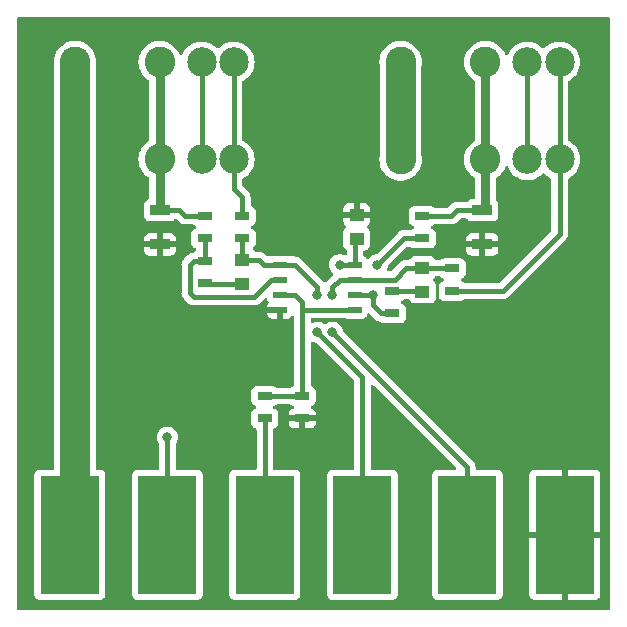
<source format=gbr>
%TF.GenerationSoftware,KiCad,Pcbnew,7.0.1*%
%TF.CreationDate,2024-03-13T10:09:07+01:00*%
%TF.ProjectId,bar_test_proto,6261725f-7465-4737-945f-70726f746f2e,rev?*%
%TF.SameCoordinates,Original*%
%TF.FileFunction,Copper,L1,Top*%
%TF.FilePolarity,Positive*%
%FSLAX46Y46*%
G04 Gerber Fmt 4.6, Leading zero omitted, Abs format (unit mm)*
G04 Created by KiCad (PCBNEW 7.0.1) date 2024-03-13 10:09:07*
%MOMM*%
%LPD*%
G01*
G04 APERTURE LIST*
%TA.AperFunction,SMDPad,CuDef*%
%ADD10R,5.000000X10.000000*%
%TD*%
%TA.AperFunction,SMDPad,CuDef*%
%ADD11R,1.300000X0.700000*%
%TD*%
%TA.AperFunction,ComponentPad*%
%ADD12C,2.600000*%
%TD*%
%TA.AperFunction,ComponentPad*%
%ADD13C,2.500000*%
%TD*%
%TA.AperFunction,SMDPad,CuDef*%
%ADD14R,1.250000X1.000000*%
%TD*%
%TA.AperFunction,SMDPad,CuDef*%
%ADD15R,1.700000X0.900000*%
%TD*%
%TA.AperFunction,SMDPad,CuDef*%
%ADD16R,1.143000X0.508000*%
%TD*%
%TA.AperFunction,ViaPad*%
%ADD17C,0.800000*%
%TD*%
%TA.AperFunction,Conductor*%
%ADD18C,0.400000*%
%TD*%
%TA.AperFunction,Conductor*%
%ADD19C,2.500000*%
%TD*%
%TA.AperFunction,Conductor*%
%ADD20C,1.500000*%
%TD*%
%TA.AperFunction,Conductor*%
%ADD21C,0.800000*%
%TD*%
G04 APERTURE END LIST*
D10*
%TO.P,ADC1,1*%
%TO.N,ADC1*%
X149225000Y-94615000D03*
%TD*%
D11*
%TO.P,R7,1,1*%
%TO.N,Net-(U1B--)*%
X154305000Y-69530000D03*
%TO.P,R7,2,2*%
%TO.N,Net-(CON2-S)*%
X154305000Y-67630000D03*
%TD*%
%TO.P,R9,1,1*%
%TO.N,GND*%
X144145000Y-84770000D03*
%TO.P,R9,2,2*%
%TO.N,Net-(U1A-+)*%
X144145000Y-82870000D03*
%TD*%
%TO.P,R10,1,1*%
%TO.N,Net-(U1A-+)*%
X140970000Y-82870000D03*
%TO.P,R10,2,2*%
%TO.N,Vref*%
X140970000Y-84770000D03*
%TD*%
%TO.P,R6,1,1*%
%TO.N,ADC2*%
X156845000Y-72075000D03*
%TO.P,R6,2,2*%
%TO.N,Net-(CON2-G)*%
X156845000Y-73975000D03*
%TD*%
D10*
%TO.P,+12V,1*%
%TO.N,+12V0*%
X132715000Y-94615000D03*
%TD*%
D12*
%TO.P,CON2,1,D*%
%TO.N,+24V*%
X152475000Y-54610000D03*
X152475000Y-62840000D03*
%TO.P,CON2,2,S*%
%TO.N,Net-(CON2-S)*%
X159655000Y-54610000D03*
X159655000Y-62840000D03*
D13*
%TO.P,CON2,3,SK*%
%TO.N,unconnected-(CON2-SK-Pad3)*%
X163195000Y-54610000D03*
X163195000Y-62840000D03*
%TO.P,CON2,4,G*%
%TO.N,Net-(CON2-G)*%
X165925000Y-54610000D03*
X165925000Y-62840000D03*
%TD*%
D10*
%TO.P,ADC2,1*%
%TO.N,ADC2*%
X158115000Y-94615000D03*
%TD*%
D11*
%TO.P,R3,1,1*%
%TO.N,Net-(U1A--)*%
X135890000Y-69530000D03*
%TO.P,R3,2,2*%
%TO.N,Net-(CON1-S)*%
X135890000Y-67630000D03*
%TD*%
D12*
%TO.P,CON1,1,D*%
%TO.N,+24V*%
X124900000Y-54610000D03*
X124900000Y-62840000D03*
%TO.P,CON1,2,S*%
%TO.N,Net-(CON1-S)*%
X132080000Y-54610000D03*
X132080000Y-62840000D03*
D13*
%TO.P,CON1,3,SK*%
%TO.N,unconnected-(CON1-SK-Pad3)*%
X135620000Y-54610000D03*
X135620000Y-62840000D03*
%TO.P,CON1,4,G*%
%TO.N,Net-(CON1-G)*%
X138350000Y-54610000D03*
X138350000Y-62840000D03*
%TD*%
D10*
%TO.P,GND,1*%
%TO.N,GND*%
X166370000Y-94615000D03*
%TD*%
D14*
%TO.P,C3,1,A*%
%TO.N,+12V0*%
X148752504Y-69540534D03*
%TO.P,C3,2,K*%
%TO.N,GND*%
X148752504Y-67540534D03*
%TD*%
%TO.P,C2,1,A*%
%TO.N,Net-(C2-A)*%
X154305000Y-74025000D03*
%TO.P,C2,2,K*%
%TO.N,ADC2*%
X154305000Y-72025000D03*
%TD*%
D15*
%TO.P,R2,1,1*%
%TO.N,GND*%
X132080000Y-70030000D03*
%TO.P,R2,2,2*%
%TO.N,Net-(CON1-S)*%
X132080000Y-67130000D03*
%TD*%
%TO.P,R8,1,1*%
%TO.N,GND*%
X159385000Y-70030000D03*
%TO.P,R8,2,2*%
%TO.N,Net-(CON2-S)*%
X159385000Y-67130000D03*
%TD*%
D10*
%TO.P,+24V,1*%
%TO.N,+24V*%
X124460000Y-94615000D03*
%TD*%
%TO.P,Vref,1*%
%TO.N,Vref*%
X140970000Y-94615000D03*
%TD*%
D11*
%TO.P,R1,1,1*%
%TO.N,ADC1*%
X139065000Y-69530000D03*
%TO.P,R1,2,2*%
%TO.N,Net-(CON1-G)*%
X139065000Y-67630000D03*
%TD*%
D16*
%TO.P,U1,1*%
%TO.N,ADC1*%
X142240000Y-71755000D03*
%TO.P,U1,2,-*%
%TO.N,Net-(U1A--)*%
X142240000Y-73025000D03*
%TO.P,U1,3,+*%
%TO.N,Net-(U1A-+)*%
X142240000Y-74295000D03*
%TO.P,U1,4,V-*%
%TO.N,GND*%
X142240000Y-75565000D03*
%TO.P,U1,5,+*%
%TO.N,Net-(U1A-+)*%
X148590000Y-75565000D03*
%TO.P,U1,6,-*%
%TO.N,Net-(U1B--)*%
X148590000Y-74295000D03*
%TO.P,U1,7*%
%TO.N,ADC2*%
X148590000Y-73025000D03*
%TO.P,U1,8,V+*%
%TO.N,+12V0*%
X148590000Y-71755000D03*
%TD*%
D14*
%TO.P,C1,1,A*%
%TO.N,Net-(C1-A)*%
X139065000Y-73390000D03*
%TO.P,C1,2,K*%
%TO.N,ADC1*%
X139065000Y-71390000D03*
%TD*%
D11*
%TO.P,R4,1,1*%
%TO.N,Net-(U1A--)*%
X135890000Y-71440000D03*
%TO.P,R4,2,2*%
%TO.N,Net-(C1-A)*%
X135890000Y-73340000D03*
%TD*%
%TO.P,R5,1,1*%
%TO.N,Net-(U1B--)*%
X151765000Y-75880000D03*
%TO.P,R5,2,2*%
%TO.N,Net-(C2-A)*%
X151765000Y-73980000D03*
%TD*%
D17*
%TO.N,ADC1*%
X145415000Y-77470000D03*
X145415000Y-74295000D03*
%TO.N,ADC2*%
X146685000Y-74295000D03*
X146685000Y-77470000D03*
%TO.N,GND*%
X167005000Y-88265000D03*
X158750000Y-71755000D03*
X164465000Y-88265000D03*
X131445000Y-73025000D03*
X165735000Y-88265000D03*
X168275000Y-88265000D03*
X160009122Y-72718544D03*
X158738919Y-72679581D03*
X132715000Y-73025000D03*
X132715000Y-71755000D03*
X131445000Y-71755000D03*
X160020000Y-71755000D03*
%TO.N,Net-(U1B--)*%
X150128780Y-74299390D03*
X150495000Y-71755000D03*
%TO.N,+12V0*%
X147320000Y-71755000D03*
X132715000Y-86360000D03*
%TD*%
D18*
%TO.N,Net-(C1-A)*%
X139065000Y-73390000D02*
X135940000Y-73390000D01*
X135940000Y-73390000D02*
X135890000Y-73340000D01*
%TO.N,ADC1*%
X145415000Y-73660000D02*
X145415000Y-74295000D01*
X149225000Y-81280000D02*
X145415000Y-77470000D01*
X140512334Y-71390000D02*
X139065000Y-71390000D01*
X139065000Y-69530000D02*
X139065000Y-71390000D01*
X142240000Y-71755000D02*
X143510000Y-71755000D01*
X149225000Y-94615000D02*
X149225000Y-81280000D01*
X143510000Y-71755000D02*
X145415000Y-73660000D01*
X142240000Y-71755000D02*
X140877334Y-71755000D01*
X140877334Y-71755000D02*
X140512334Y-71390000D01*
%TO.N,Net-(C2-A)*%
X154260000Y-73980000D02*
X154305000Y-74025000D01*
X151765000Y-73980000D02*
X154260000Y-73980000D01*
%TO.N,ADC2*%
X146685000Y-73660000D02*
X146685000Y-74295000D01*
X147320000Y-73025000D02*
X146685000Y-73660000D01*
X158115000Y-94615000D02*
X158115000Y-88900000D01*
X158115000Y-88900000D02*
X146685000Y-77470000D01*
X154305000Y-72025000D02*
X156795000Y-72025000D01*
X148590000Y-73025000D02*
X151958929Y-73025000D01*
X156795000Y-72025000D02*
X156845000Y-72075000D01*
X151958929Y-73025000D02*
X152958929Y-72025000D01*
X148590000Y-73025000D02*
X147320000Y-73025000D01*
X152958929Y-72025000D02*
X154305000Y-72025000D01*
D19*
%TO.N,+24V*%
X124900000Y-62840000D02*
X124900000Y-94175000D01*
X124900000Y-62840000D02*
X124900000Y-54610000D01*
D20*
X124900000Y-94175000D02*
X124460000Y-94615000D01*
D19*
X152475000Y-62840000D02*
X152475000Y-54610000D01*
D18*
%TO.N,Net-(CON1-S)*%
X133722607Y-67130000D02*
X134222607Y-67630000D01*
X132080000Y-67130000D02*
X133722607Y-67130000D01*
X134222607Y-67630000D02*
X135890000Y-67630000D01*
D21*
X132080000Y-62840000D02*
X132080000Y-67130000D01*
X132080000Y-62840000D02*
X132080000Y-54610000D01*
D18*
%TO.N,unconnected-(CON1-SK-Pad3)*%
X135620000Y-62840000D02*
X135620000Y-54610000D01*
%TO.N,Net-(CON1-G)*%
X138350000Y-62840000D02*
X138350000Y-65325000D01*
X138350000Y-62840000D02*
X138350000Y-54610000D01*
X139065000Y-66040000D02*
X139065000Y-67630000D01*
X138350000Y-65325000D02*
X139065000Y-66040000D01*
D21*
%TO.N,Net-(CON2-S)*%
X159655000Y-62840000D02*
X159655000Y-66860000D01*
X159655000Y-66860000D02*
X159385000Y-67130000D01*
X159655000Y-62840000D02*
X159655000Y-54610000D01*
D18*
X154305000Y-67630000D02*
X156769923Y-67630000D01*
X156769923Y-67630000D02*
X157269923Y-67130000D01*
X157269923Y-67130000D02*
X159385000Y-67130000D01*
%TO.N,unconnected-(CON2-SK-Pad3)*%
X163195000Y-62840000D02*
X163195000Y-54610000D01*
%TO.N,Net-(CON2-G)*%
X165930296Y-69142498D02*
X165925000Y-69137202D01*
X165925000Y-62840000D02*
X165925000Y-54610000D01*
X165925000Y-69137202D02*
X165925000Y-62840000D01*
X161097794Y-73975000D02*
X165930296Y-69142498D01*
X156845000Y-73975000D02*
X161097794Y-73975000D01*
%TO.N,Net-(U1A--)*%
X134935000Y-71440000D02*
X134620000Y-71755000D01*
X134962875Y-74480767D02*
X140057453Y-74480767D01*
X141513220Y-73025000D02*
X142240000Y-73025000D01*
X140057453Y-74480767D02*
X141513220Y-73025000D01*
X135890000Y-71440000D02*
X134935000Y-71440000D01*
X134620000Y-74137892D02*
X134962875Y-74480767D01*
X135890000Y-69530000D02*
X135890000Y-71440000D01*
X134620000Y-71755000D02*
X134620000Y-74137892D01*
%TO.N,Net-(U1B--)*%
X150128780Y-74299390D02*
X150128780Y-75198780D01*
X150128780Y-75198780D02*
X150810000Y-75880000D01*
X150124390Y-74295000D02*
X150128780Y-74299390D01*
X152720000Y-69530000D02*
X154305000Y-69530000D01*
X150810000Y-75880000D02*
X151765000Y-75880000D01*
X150495000Y-71755000D02*
X152720000Y-69530000D01*
X148590000Y-74295000D02*
X150124390Y-74295000D01*
%TO.N,Net-(U1A-+)*%
X144145000Y-74930000D02*
X143510000Y-74295000D01*
X143510000Y-74295000D02*
X142240000Y-74295000D01*
X144145000Y-75565000D02*
X144145000Y-74930000D01*
X148590000Y-75565000D02*
X144145000Y-75565000D01*
X144145000Y-82870000D02*
X144145000Y-75565000D01*
X140970000Y-82870000D02*
X144145000Y-82870000D01*
%TO.N,Vref*%
X140970000Y-94615000D02*
X140970000Y-84770000D01*
%TO.N,+12V0*%
X148590000Y-71755000D02*
X147320000Y-71755000D01*
X148590000Y-69703038D02*
X148752504Y-69540534D01*
X132715000Y-94615000D02*
X132715000Y-86360000D01*
X148590000Y-71755000D02*
X148590000Y-69703038D01*
%TD*%
%TA.AperFunction,Conductor*%
%TO.N,GND*%
G36*
X161533440Y-63435983D02*
G01*
X161567284Y-63484061D01*
X161592721Y-63548874D01*
X161613432Y-63601643D01*
X161744614Y-63828857D01*
X161908195Y-64033981D01*
X161908197Y-64033983D01*
X161908198Y-64033984D01*
X162100514Y-64212428D01*
X162100520Y-64212432D01*
X162100521Y-64212433D01*
X162317296Y-64360228D01*
X162553677Y-64474063D01*
X162804385Y-64551396D01*
X163063818Y-64590500D01*
X163326182Y-64590500D01*
X163585615Y-64551396D01*
X163836323Y-64474063D01*
X164072704Y-64360228D01*
X164289479Y-64212433D01*
X164475659Y-64039683D01*
X164529402Y-64010416D01*
X164590598Y-64010416D01*
X164644340Y-64039683D01*
X164722592Y-64112289D01*
X164830518Y-64212431D01*
X164830521Y-64212433D01*
X165047296Y-64360228D01*
X165047299Y-64360229D01*
X165047300Y-64360230D01*
X165154301Y-64411759D01*
X165205494Y-64457507D01*
X165224500Y-64523479D01*
X165224500Y-68806275D01*
X165215061Y-68853728D01*
X165188181Y-68893956D01*
X160843956Y-73238181D01*
X160803728Y-73265061D01*
X160756275Y-73274500D01*
X157903230Y-73274500D01*
X157864071Y-73268154D01*
X157828919Y-73249767D01*
X157813649Y-73238336D01*
X157737331Y-73181204D01*
X157675169Y-73158019D01*
X157630025Y-73141181D01*
X157580815Y-73107531D01*
X157552995Y-73054806D01*
X157552995Y-72995191D01*
X157580816Y-72942466D01*
X157630024Y-72908818D01*
X157737331Y-72868796D01*
X157852546Y-72782546D01*
X157938796Y-72667331D01*
X157989091Y-72532483D01*
X157995500Y-72472873D01*
X157995499Y-71677128D01*
X157989091Y-71617517D01*
X157938796Y-71482669D01*
X157852546Y-71367454D01*
X157737331Y-71281204D01*
X157602483Y-71230909D01*
X157542873Y-71224500D01*
X157542869Y-71224500D01*
X156147130Y-71224500D01*
X156087515Y-71230909D01*
X155952669Y-71281204D01*
X155927871Y-71299768D01*
X155892720Y-71318155D01*
X155853561Y-71324500D01*
X155467180Y-71324500D01*
X155411676Y-71311384D01*
X155367913Y-71274811D01*
X155367780Y-71274634D01*
X155287546Y-71167454D01*
X155172331Y-71081204D01*
X155037483Y-71030909D01*
X154977873Y-71024500D01*
X154977869Y-71024500D01*
X153632130Y-71024500D01*
X153572515Y-71030909D01*
X153437669Y-71081204D01*
X153322453Y-71167454D01*
X153268794Y-71239134D01*
X153250825Y-71263139D01*
X153242087Y-71274811D01*
X153198324Y-71311384D01*
X153142820Y-71324500D01*
X152983850Y-71324500D01*
X152976363Y-71324274D01*
X152916320Y-71320641D01*
X152857156Y-71331483D01*
X152849757Y-71332610D01*
X152790053Y-71339860D01*
X152780580Y-71343453D01*
X152758976Y-71349476D01*
X152748998Y-71351305D01*
X152694154Y-71375987D01*
X152687239Y-71378851D01*
X152630999Y-71400181D01*
X152622652Y-71405943D01*
X152603116Y-71416961D01*
X152593875Y-71421120D01*
X152546538Y-71458206D01*
X152540508Y-71462643D01*
X152490999Y-71496817D01*
X152451106Y-71541846D01*
X152445973Y-71547298D01*
X151705091Y-72288181D01*
X151664863Y-72315061D01*
X151617410Y-72324500D01*
X151420782Y-72324500D01*
X151358782Y-72307887D01*
X151313395Y-72262501D01*
X151296782Y-72200501D01*
X151313394Y-72138502D01*
X151322178Y-72123285D01*
X151322179Y-72123284D01*
X151380674Y-71943256D01*
X151385864Y-71893866D01*
X151397263Y-71853450D01*
X151421500Y-71819155D01*
X152973837Y-70266819D01*
X153014066Y-70239939D01*
X153061519Y-70230500D01*
X153246770Y-70230500D01*
X153285929Y-70236846D01*
X153321080Y-70255232D01*
X153412669Y-70323796D01*
X153547517Y-70374091D01*
X153607127Y-70380500D01*
X155002872Y-70380499D01*
X155062483Y-70374091D01*
X155197331Y-70323796D01*
X155255835Y-70280000D01*
X158035000Y-70280000D01*
X158035000Y-70527824D01*
X158041402Y-70587375D01*
X158091647Y-70722089D01*
X158177811Y-70837188D01*
X158292910Y-70923352D01*
X158427624Y-70973597D01*
X158487176Y-70980000D01*
X159135000Y-70980000D01*
X159135000Y-70280000D01*
X159635000Y-70280000D01*
X159635000Y-70980000D01*
X160282824Y-70980000D01*
X160342375Y-70973597D01*
X160477089Y-70923352D01*
X160592188Y-70837188D01*
X160678352Y-70722089D01*
X160728597Y-70587375D01*
X160735000Y-70527824D01*
X160735000Y-70280000D01*
X159635000Y-70280000D01*
X159135000Y-70280000D01*
X158035000Y-70280000D01*
X155255835Y-70280000D01*
X155312546Y-70237546D01*
X155398796Y-70122331D01*
X155449091Y-69987483D01*
X155455500Y-69927873D01*
X155455500Y-69780000D01*
X158035000Y-69780000D01*
X159135000Y-69780000D01*
X159135000Y-69080000D01*
X159635000Y-69080000D01*
X159635000Y-69780000D01*
X160735000Y-69780000D01*
X160735000Y-69532176D01*
X160728597Y-69472624D01*
X160678352Y-69337910D01*
X160592188Y-69222811D01*
X160477089Y-69136647D01*
X160342375Y-69086402D01*
X160282824Y-69080000D01*
X159635000Y-69080000D01*
X159135000Y-69080000D01*
X158487176Y-69080000D01*
X158427624Y-69086402D01*
X158292910Y-69136647D01*
X158177811Y-69222811D01*
X158091647Y-69337910D01*
X158041402Y-69472624D01*
X158035000Y-69532176D01*
X158035000Y-69780000D01*
X155455500Y-69780000D01*
X155455499Y-69132128D01*
X155449091Y-69072517D01*
X155398796Y-68937669D01*
X155312546Y-68822454D01*
X155197331Y-68736204D01*
X155151016Y-68718929D01*
X155090025Y-68696181D01*
X155040815Y-68662531D01*
X155012995Y-68609806D01*
X155012995Y-68550191D01*
X155040816Y-68497466D01*
X155090024Y-68463818D01*
X155197331Y-68423796D01*
X155288919Y-68355232D01*
X155324071Y-68336846D01*
X155363230Y-68330500D01*
X156745002Y-68330500D01*
X156752489Y-68330726D01*
X156755629Y-68330915D01*
X156812529Y-68334358D01*
X156871705Y-68323513D01*
X156879104Y-68322387D01*
X156938795Y-68315140D01*
X156948258Y-68311550D01*
X156969881Y-68305522D01*
X156979855Y-68303695D01*
X157034731Y-68278996D01*
X157041596Y-68276152D01*
X157097853Y-68254818D01*
X157106193Y-68249060D01*
X157125742Y-68238035D01*
X157134980Y-68233878D01*
X157182336Y-68196775D01*
X157188349Y-68192352D01*
X157237852Y-68158183D01*
X157277746Y-68113149D01*
X157282831Y-68107747D01*
X157523763Y-67866816D01*
X157563989Y-67839939D01*
X157611442Y-67830500D01*
X158035249Y-67830500D01*
X158090753Y-67843616D01*
X158134515Y-67880189D01*
X158177451Y-67937543D01*
X158177452Y-67937544D01*
X158177454Y-67937546D01*
X158292669Y-68023796D01*
X158427517Y-68074091D01*
X158487127Y-68080500D01*
X160282872Y-68080499D01*
X160342483Y-68074091D01*
X160477331Y-68023796D01*
X160592546Y-67937546D01*
X160678796Y-67822331D01*
X160729091Y-67687483D01*
X160735500Y-67627873D01*
X160735499Y-66632128D01*
X160729091Y-66572517D01*
X160678796Y-66437669D01*
X160592546Y-66322454D01*
X160592545Y-66322453D01*
X160581862Y-66308182D01*
X160584009Y-66306574D01*
X160568621Y-66288166D01*
X160555500Y-66232652D01*
X160555500Y-64470738D01*
X160569870Y-64412797D01*
X160609646Y-64368285D01*
X160780741Y-64251635D01*
X160978561Y-64068085D01*
X161146815Y-63857102D01*
X161281743Y-63623398D01*
X161336430Y-63484058D01*
X161370271Y-63435983D01*
X161422458Y-63408899D01*
X161481253Y-63408899D01*
X161533440Y-63435983D01*
G37*
%TD.AperFunction*%
%TA.AperFunction,Conductor*%
G36*
X170117500Y-50817113D02*
G01*
X170162887Y-50862500D01*
X170179500Y-50924500D01*
X170179500Y-100840500D01*
X170162887Y-100902500D01*
X170117500Y-100947887D01*
X170055500Y-100964500D01*
X120139500Y-100964500D01*
X120077500Y-100947887D01*
X120032113Y-100902500D01*
X120015500Y-100840500D01*
X120015500Y-99662869D01*
X121459500Y-99662869D01*
X121465897Y-99722375D01*
X121465909Y-99722483D01*
X121516204Y-99857331D01*
X121602454Y-99972546D01*
X121717669Y-100058796D01*
X121852517Y-100109091D01*
X121912127Y-100115500D01*
X127007872Y-100115499D01*
X127067483Y-100109091D01*
X127202331Y-100058796D01*
X127317546Y-99972546D01*
X127403796Y-99857331D01*
X127454091Y-99722483D01*
X127460500Y-99662873D01*
X127460500Y-99662869D01*
X129714500Y-99662869D01*
X129720897Y-99722375D01*
X129720909Y-99722483D01*
X129771204Y-99857331D01*
X129857454Y-99972546D01*
X129972669Y-100058796D01*
X130107517Y-100109091D01*
X130167127Y-100115500D01*
X135262872Y-100115499D01*
X135322483Y-100109091D01*
X135457331Y-100058796D01*
X135572546Y-99972546D01*
X135658796Y-99857331D01*
X135709091Y-99722483D01*
X135715500Y-99662873D01*
X135715499Y-89567128D01*
X135709091Y-89507517D01*
X135658796Y-89372669D01*
X135572546Y-89257454D01*
X135457331Y-89171204D01*
X135322483Y-89120909D01*
X135262873Y-89114500D01*
X135262869Y-89114500D01*
X133539500Y-89114500D01*
X133477500Y-89097887D01*
X133432113Y-89052500D01*
X133415500Y-88990500D01*
X133415500Y-86975392D01*
X133423736Y-86930955D01*
X133447350Y-86892420D01*
X133447533Y-86892216D01*
X133542179Y-86728284D01*
X133542179Y-86728283D01*
X133600674Y-86548256D01*
X133620460Y-86360000D01*
X133600674Y-86171744D01*
X133542179Y-85991716D01*
X133542179Y-85991715D01*
X133447533Y-85827783D01*
X133320870Y-85687110D01*
X133167730Y-85575848D01*
X132994802Y-85498855D01*
X132809648Y-85459500D01*
X132809646Y-85459500D01*
X132620354Y-85459500D01*
X132620352Y-85459500D01*
X132435197Y-85498855D01*
X132262269Y-85575848D01*
X132109129Y-85687110D01*
X131982466Y-85827783D01*
X131887820Y-85991715D01*
X131829326Y-86171742D01*
X131809540Y-86359999D01*
X131829326Y-86548257D01*
X131887820Y-86728284D01*
X131982466Y-86892216D01*
X131982650Y-86892420D01*
X132006264Y-86930955D01*
X132014500Y-86975392D01*
X132014500Y-88990501D01*
X131997887Y-89052501D01*
X131952500Y-89097888D01*
X131890500Y-89114501D01*
X130167128Y-89114501D01*
X130137322Y-89117705D01*
X130107515Y-89120909D01*
X129972669Y-89171204D01*
X129857454Y-89257454D01*
X129771204Y-89372668D01*
X129720909Y-89507516D01*
X129714500Y-89567130D01*
X129714500Y-99662869D01*
X127460500Y-99662869D01*
X127460499Y-89567128D01*
X127454091Y-89507517D01*
X127403796Y-89372669D01*
X127317546Y-89257454D01*
X127202331Y-89171204D01*
X127067483Y-89120909D01*
X127007873Y-89114500D01*
X127007869Y-89114500D01*
X126774500Y-89114500D01*
X126712500Y-89097887D01*
X126667113Y-89052500D01*
X126650500Y-88990500D01*
X126650500Y-75815000D01*
X141168500Y-75815000D01*
X141168500Y-75866824D01*
X141174902Y-75926375D01*
X141225147Y-76061089D01*
X141311311Y-76176188D01*
X141426410Y-76262352D01*
X141561124Y-76312597D01*
X141620676Y-76319000D01*
X141990000Y-76319000D01*
X141990000Y-75815000D01*
X141168500Y-75815000D01*
X126650500Y-75815000D01*
X126650500Y-70280000D01*
X130730000Y-70280000D01*
X130730000Y-70527824D01*
X130736402Y-70587375D01*
X130786647Y-70722089D01*
X130872811Y-70837188D01*
X130987910Y-70923352D01*
X131122624Y-70973597D01*
X131182176Y-70980000D01*
X131830000Y-70980000D01*
X131830000Y-70280000D01*
X132330000Y-70280000D01*
X132330000Y-70980000D01*
X132977824Y-70980000D01*
X133037375Y-70973597D01*
X133172089Y-70923352D01*
X133287188Y-70837188D01*
X133373352Y-70722089D01*
X133423597Y-70587375D01*
X133430000Y-70527824D01*
X133430000Y-70280000D01*
X132330000Y-70280000D01*
X131830000Y-70280000D01*
X130730000Y-70280000D01*
X126650500Y-70280000D01*
X126650500Y-69780000D01*
X130730000Y-69780000D01*
X131830000Y-69780000D01*
X131830000Y-69080000D01*
X132330000Y-69080000D01*
X132330000Y-69780000D01*
X133430000Y-69780000D01*
X133430000Y-69532176D01*
X133423597Y-69472624D01*
X133373352Y-69337910D01*
X133287188Y-69222811D01*
X133172089Y-69136647D01*
X133037375Y-69086402D01*
X132977824Y-69080000D01*
X132330000Y-69080000D01*
X131830000Y-69080000D01*
X131182176Y-69080000D01*
X131122624Y-69086402D01*
X130987910Y-69136647D01*
X130872811Y-69222811D01*
X130786647Y-69337910D01*
X130736402Y-69472624D01*
X130730000Y-69532176D01*
X130730000Y-69780000D01*
X126650500Y-69780000D01*
X126650500Y-63275907D01*
X126653609Y-63248314D01*
X126657202Y-63232569D01*
X126685383Y-63109103D01*
X126705549Y-62840000D01*
X130274450Y-62840000D01*
X130294616Y-63109100D01*
X130294617Y-63109103D01*
X130354666Y-63372195D01*
X130453257Y-63623398D01*
X130588185Y-63857102D01*
X130756439Y-64068085D01*
X130912004Y-64212428D01*
X130954261Y-64251637D01*
X131125352Y-64368285D01*
X131165130Y-64412797D01*
X131179500Y-64470738D01*
X131179500Y-66078561D01*
X131169488Y-66127374D01*
X131141070Y-66168304D01*
X131098834Y-66194741D01*
X130987669Y-66236203D01*
X130987669Y-66236204D01*
X130872454Y-66322454D01*
X130786204Y-66437668D01*
X130735909Y-66572516D01*
X130729500Y-66632130D01*
X130729500Y-67627869D01*
X130735909Y-67687483D01*
X130786204Y-67822331D01*
X130872454Y-67937546D01*
X130987669Y-68023796D01*
X131122517Y-68074091D01*
X131182127Y-68080500D01*
X132977872Y-68080499D01*
X133037483Y-68074091D01*
X133172331Y-68023796D01*
X133287546Y-67937546D01*
X133309650Y-67908018D01*
X133349490Y-67873497D01*
X133400071Y-67858645D01*
X133452250Y-67866147D01*
X133496598Y-67894648D01*
X133709665Y-68107715D01*
X133714785Y-68113153D01*
X133745576Y-68147909D01*
X133754679Y-68158184D01*
X133804180Y-68192352D01*
X133810198Y-68196780D01*
X133857551Y-68233878D01*
X133866787Y-68238034D01*
X133886338Y-68249062D01*
X133894673Y-68254816D01*
X133894675Y-68254816D01*
X133894677Y-68254818D01*
X133950933Y-68276152D01*
X133957827Y-68279009D01*
X134012676Y-68303695D01*
X134022651Y-68305522D01*
X134044263Y-68311547D01*
X134053735Y-68315140D01*
X134113448Y-68322390D01*
X134120792Y-68323507D01*
X134180001Y-68334358D01*
X134236709Y-68330927D01*
X134240041Y-68330726D01*
X134247528Y-68330500D01*
X134831770Y-68330500D01*
X134870929Y-68336846D01*
X134906080Y-68355232D01*
X134997669Y-68423796D01*
X135104971Y-68463817D01*
X135104974Y-68463818D01*
X135154184Y-68497467D01*
X135182004Y-68550193D01*
X135182004Y-68609807D01*
X135154184Y-68662533D01*
X135104974Y-68696182D01*
X134997668Y-68736204D01*
X134882454Y-68822454D01*
X134796204Y-68937668D01*
X134745909Y-69072516D01*
X134739500Y-69132130D01*
X134739500Y-69927869D01*
X134745909Y-69987483D01*
X134796204Y-70122331D01*
X134882454Y-70237546D01*
X134997669Y-70323796D01*
X135108834Y-70365258D01*
X135151070Y-70391696D01*
X135179488Y-70432626D01*
X135189500Y-70481439D01*
X135189500Y-70488561D01*
X135179488Y-70537374D01*
X135151070Y-70578304D01*
X135108834Y-70604741D01*
X135014810Y-70639811D01*
X134997669Y-70646204D01*
X134896906Y-70721635D01*
X134844942Y-70744338D01*
X134833240Y-70746482D01*
X134825843Y-70747608D01*
X134766122Y-70754860D01*
X134756641Y-70758456D01*
X134735036Y-70764479D01*
X134725069Y-70766305D01*
X134670234Y-70790984D01*
X134663318Y-70793848D01*
X134607069Y-70815181D01*
X134598725Y-70820941D01*
X134579183Y-70831963D01*
X134569944Y-70836121D01*
X134522594Y-70873216D01*
X134516566Y-70877652D01*
X134467067Y-70911819D01*
X134427183Y-70956838D01*
X134422051Y-70962290D01*
X134142290Y-71242051D01*
X134136838Y-71247183D01*
X134091816Y-71287070D01*
X134057649Y-71336568D01*
X134053213Y-71342597D01*
X134016121Y-71389942D01*
X134011961Y-71399186D01*
X134000941Y-71418725D01*
X133995182Y-71427069D01*
X133973853Y-71483305D01*
X133970989Y-71490219D01*
X133946303Y-71545070D01*
X133944475Y-71555047D01*
X133938454Y-71576648D01*
X133934859Y-71586128D01*
X133927609Y-71645827D01*
X133926483Y-71653226D01*
X133915641Y-71712391D01*
X133919274Y-71772434D01*
X133919500Y-71779921D01*
X133919500Y-74112971D01*
X133919274Y-74120458D01*
X133915641Y-74180499D01*
X133926483Y-74239663D01*
X133927610Y-74247064D01*
X133934860Y-74306765D01*
X133938450Y-74316231D01*
X133944475Y-74337844D01*
X133946303Y-74347821D01*
X133970991Y-74402675D01*
X133973856Y-74409593D01*
X133991216Y-74455365D01*
X133995182Y-74465822D01*
X134000941Y-74474165D01*
X134011961Y-74493705D01*
X134016120Y-74502946D01*
X134016121Y-74502947D01*
X134016122Y-74502949D01*
X134040296Y-74533805D01*
X134053216Y-74550296D01*
X134057636Y-74556302D01*
X134091817Y-74605821D01*
X134091818Y-74605822D01*
X134091819Y-74605823D01*
X134136830Y-74645698D01*
X134142285Y-74650833D01*
X134449919Y-74958467D01*
X134455053Y-74963920D01*
X134494946Y-75008950D01*
X134544408Y-75043091D01*
X134544452Y-75043121D01*
X134550478Y-75047555D01*
X134597818Y-75084644D01*
X134607053Y-75088800D01*
X134626601Y-75099825D01*
X134634945Y-75105585D01*
X134691197Y-75126918D01*
X134698103Y-75129779D01*
X134752943Y-75154461D01*
X134762905Y-75156286D01*
X134784525Y-75162313D01*
X134794000Y-75165906D01*
X134794003Y-75165907D01*
X134853731Y-75173159D01*
X134861076Y-75174276D01*
X134920269Y-75185124D01*
X134980296Y-75181493D01*
X134987784Y-75181267D01*
X140032532Y-75181267D01*
X140040019Y-75181493D01*
X140043159Y-75181682D01*
X140100059Y-75185125D01*
X140159235Y-75174280D01*
X140166634Y-75173154D01*
X140226325Y-75165907D01*
X140235788Y-75162317D01*
X140257411Y-75156289D01*
X140267385Y-75154462D01*
X140322261Y-75129763D01*
X140329126Y-75126919D01*
X140385383Y-75105585D01*
X140393723Y-75099827D01*
X140413272Y-75088802D01*
X140422510Y-75084645D01*
X140469866Y-75047542D01*
X140475876Y-75043121D01*
X140525382Y-75008950D01*
X140565276Y-74963917D01*
X140570377Y-74958498D01*
X140961827Y-74567048D01*
X141022068Y-74533805D01*
X141090759Y-74537794D01*
X141146749Y-74577790D01*
X141172796Y-74641477D01*
X141174409Y-74656484D01*
X141197700Y-74718930D01*
X141224704Y-74791331D01*
X141254026Y-74830500D01*
X141273195Y-74856106D01*
X141295094Y-74904059D01*
X141295094Y-74956775D01*
X141273195Y-75004728D01*
X141225147Y-75068911D01*
X141174902Y-75203624D01*
X141168500Y-75263176D01*
X141168500Y-75315000D01*
X142366000Y-75315000D01*
X142428000Y-75331613D01*
X142473387Y-75377000D01*
X142490000Y-75439000D01*
X142490000Y-76319000D01*
X142859324Y-76319000D01*
X142918875Y-76312597D01*
X143053589Y-76262352D01*
X143168689Y-76176188D01*
X143221233Y-76105999D01*
X143268989Y-76067515D01*
X143329346Y-76056626D01*
X143387540Y-76075995D01*
X143429332Y-76120883D01*
X143444500Y-76180310D01*
X143444500Y-81918561D01*
X143434488Y-81967374D01*
X143406070Y-82008304D01*
X143363834Y-82034741D01*
X143252668Y-82076204D01*
X143252669Y-82076204D01*
X143161081Y-82144767D01*
X143125929Y-82163154D01*
X143086770Y-82169500D01*
X142028230Y-82169500D01*
X141989071Y-82163154D01*
X141953919Y-82144767D01*
X141862331Y-82076204D01*
X141727483Y-82025909D01*
X141667873Y-82019500D01*
X141667869Y-82019500D01*
X140272130Y-82019500D01*
X140212515Y-82025909D01*
X140077669Y-82076204D01*
X139962454Y-82162454D01*
X139876204Y-82277668D01*
X139825909Y-82412516D01*
X139819500Y-82472130D01*
X139819500Y-83267869D01*
X139825909Y-83327483D01*
X139876204Y-83462331D01*
X139962454Y-83577546D01*
X140077669Y-83663796D01*
X140184971Y-83703817D01*
X140184974Y-83703818D01*
X140234184Y-83737467D01*
X140262004Y-83790193D01*
X140262004Y-83849807D01*
X140234184Y-83902533D01*
X140184974Y-83936181D01*
X140156324Y-83946867D01*
X140077668Y-83976204D01*
X139962454Y-84062454D01*
X139876204Y-84177668D01*
X139825909Y-84312516D01*
X139819500Y-84372130D01*
X139819500Y-85167869D01*
X139825897Y-85227375D01*
X139825909Y-85227483D01*
X139876204Y-85362331D01*
X139962454Y-85477546D01*
X140077669Y-85563796D01*
X140188834Y-85605258D01*
X140231070Y-85631696D01*
X140259488Y-85672626D01*
X140269500Y-85721439D01*
X140269500Y-88990501D01*
X140252887Y-89052501D01*
X140207500Y-89097888D01*
X140145500Y-89114501D01*
X138422128Y-89114501D01*
X138392322Y-89117705D01*
X138362515Y-89120909D01*
X138227669Y-89171204D01*
X138112454Y-89257454D01*
X138026204Y-89372668D01*
X137975909Y-89507516D01*
X137969500Y-89567130D01*
X137969500Y-99662869D01*
X137975897Y-99722375D01*
X137975909Y-99722483D01*
X138026204Y-99857331D01*
X138112454Y-99972546D01*
X138227669Y-100058796D01*
X138362517Y-100109091D01*
X138422127Y-100115500D01*
X143517872Y-100115499D01*
X143577483Y-100109091D01*
X143712331Y-100058796D01*
X143827546Y-99972546D01*
X143913796Y-99857331D01*
X143964091Y-99722483D01*
X143970500Y-99662873D01*
X143970499Y-89567128D01*
X143964091Y-89507517D01*
X143913796Y-89372669D01*
X143827546Y-89257454D01*
X143712331Y-89171204D01*
X143577483Y-89120909D01*
X143517873Y-89114500D01*
X143517869Y-89114500D01*
X141794500Y-89114500D01*
X141732500Y-89097887D01*
X141687113Y-89052500D01*
X141670500Y-88990500D01*
X141670500Y-85721439D01*
X141680512Y-85672626D01*
X141708930Y-85631696D01*
X141751165Y-85605258D01*
X141862331Y-85563796D01*
X141977546Y-85477546D01*
X142063796Y-85362331D01*
X142114091Y-85227483D01*
X142120500Y-85167873D01*
X142120500Y-85020000D01*
X142995000Y-85020000D01*
X142995000Y-85167824D01*
X143001402Y-85227375D01*
X143051647Y-85362089D01*
X143137811Y-85477188D01*
X143252910Y-85563352D01*
X143387624Y-85613597D01*
X143447176Y-85620000D01*
X143895000Y-85620000D01*
X143895000Y-85020000D01*
X144395000Y-85020000D01*
X144395000Y-85620000D01*
X144842824Y-85620000D01*
X144902375Y-85613597D01*
X145037089Y-85563352D01*
X145152188Y-85477188D01*
X145238352Y-85362089D01*
X145288597Y-85227375D01*
X145295000Y-85167824D01*
X145295000Y-85020000D01*
X144395000Y-85020000D01*
X143895000Y-85020000D01*
X142995000Y-85020000D01*
X142120500Y-85020000D01*
X142120499Y-84372128D01*
X142114091Y-84312517D01*
X142063796Y-84177669D01*
X141977546Y-84062454D01*
X141862331Y-83976204D01*
X141816016Y-83958929D01*
X141755025Y-83936181D01*
X141705815Y-83902531D01*
X141677995Y-83849806D01*
X141677995Y-83790191D01*
X141705816Y-83737466D01*
X141755024Y-83703818D01*
X141862331Y-83663796D01*
X141953919Y-83595232D01*
X141989071Y-83576846D01*
X142028230Y-83570500D01*
X143086770Y-83570500D01*
X143125929Y-83576846D01*
X143161080Y-83595232D01*
X143252669Y-83663796D01*
X143359971Y-83703817D01*
X143360687Y-83704084D01*
X143409898Y-83737733D01*
X143437718Y-83790458D01*
X143437718Y-83850073D01*
X143409898Y-83902798D01*
X143360688Y-83936447D01*
X143252913Y-83976645D01*
X143137811Y-84062811D01*
X143051647Y-84177910D01*
X143001402Y-84312624D01*
X142995000Y-84372176D01*
X142995000Y-84520000D01*
X145295000Y-84520000D01*
X145295000Y-84372176D01*
X145288597Y-84312624D01*
X145238352Y-84177910D01*
X145152188Y-84062811D01*
X145037088Y-83976647D01*
X144929310Y-83936448D01*
X144880100Y-83902798D01*
X144852280Y-83850073D01*
X144852280Y-83790458D01*
X144880101Y-83737733D01*
X144929308Y-83704085D01*
X145037331Y-83663796D01*
X145152546Y-83577546D01*
X145238796Y-83462331D01*
X145289091Y-83327483D01*
X145295500Y-83267873D01*
X145295499Y-82472128D01*
X145289091Y-82412517D01*
X145238796Y-82277669D01*
X145152546Y-82162454D01*
X145037331Y-82076204D01*
X144926165Y-82034741D01*
X144883930Y-82008304D01*
X144855512Y-81967374D01*
X144845500Y-81918561D01*
X144845500Y-78393106D01*
X144860527Y-78333938D01*
X144901965Y-78289111D01*
X144959771Y-78269488D01*
X145019935Y-78279826D01*
X145040790Y-78289111D01*
X145135197Y-78331144D01*
X145135198Y-78331144D01*
X145135200Y-78331145D01*
X145290126Y-78364075D01*
X145323513Y-78376391D01*
X145352027Y-78397684D01*
X148488181Y-81533838D01*
X148515061Y-81574066D01*
X148524500Y-81621519D01*
X148524500Y-88990501D01*
X148507887Y-89052501D01*
X148462500Y-89097888D01*
X148400500Y-89114501D01*
X146677128Y-89114501D01*
X146647322Y-89117705D01*
X146617515Y-89120909D01*
X146482669Y-89171204D01*
X146367454Y-89257454D01*
X146281204Y-89372668D01*
X146230909Y-89507516D01*
X146224500Y-89567130D01*
X146224500Y-99662869D01*
X146230897Y-99722375D01*
X146230909Y-99722483D01*
X146281204Y-99857331D01*
X146367454Y-99972546D01*
X146482669Y-100058796D01*
X146617517Y-100109091D01*
X146677127Y-100115500D01*
X151772872Y-100115499D01*
X151832483Y-100109091D01*
X151967331Y-100058796D01*
X152082546Y-99972546D01*
X152168796Y-99857331D01*
X152219091Y-99722483D01*
X152225500Y-99662873D01*
X152225499Y-89567128D01*
X152219091Y-89507517D01*
X152168796Y-89372669D01*
X152082546Y-89257454D01*
X151967331Y-89171204D01*
X151832483Y-89120909D01*
X151772873Y-89114500D01*
X151772869Y-89114500D01*
X150049500Y-89114500D01*
X149987500Y-89097887D01*
X149942113Y-89052500D01*
X149925500Y-88990500D01*
X149925500Y-82000519D01*
X149939015Y-81944224D01*
X149976615Y-81900201D01*
X150030102Y-81878046D01*
X150087818Y-81882588D01*
X150137181Y-81912838D01*
X157127162Y-88902819D01*
X157157412Y-88952182D01*
X157161954Y-89009898D01*
X157139799Y-89063385D01*
X157095776Y-89100985D01*
X157039481Y-89114500D01*
X155567130Y-89114500D01*
X155507515Y-89120909D01*
X155372669Y-89171204D01*
X155257454Y-89257454D01*
X155171204Y-89372668D01*
X155120909Y-89507516D01*
X155114500Y-89567130D01*
X155114500Y-99662869D01*
X155120897Y-99722375D01*
X155120909Y-99722483D01*
X155171204Y-99857331D01*
X155257454Y-99972546D01*
X155372669Y-100058796D01*
X155507517Y-100109091D01*
X155567127Y-100115500D01*
X160662872Y-100115499D01*
X160722483Y-100109091D01*
X160857331Y-100058796D01*
X160972546Y-99972546D01*
X161058796Y-99857331D01*
X161109091Y-99722483D01*
X161115500Y-99662873D01*
X161115499Y-94865000D01*
X163370000Y-94865000D01*
X163370000Y-99662824D01*
X163376402Y-99722375D01*
X163426647Y-99857089D01*
X163512811Y-99972188D01*
X163627910Y-100058352D01*
X163762624Y-100108597D01*
X163822176Y-100115000D01*
X166120000Y-100115000D01*
X166120000Y-94865000D01*
X166620000Y-94865000D01*
X166620000Y-100115000D01*
X168917824Y-100115000D01*
X168977375Y-100108597D01*
X169112089Y-100058352D01*
X169227188Y-99972188D01*
X169313352Y-99857089D01*
X169363597Y-99722375D01*
X169370000Y-99662824D01*
X169370000Y-94865000D01*
X166620000Y-94865000D01*
X166120000Y-94865000D01*
X163370000Y-94865000D01*
X161115499Y-94865000D01*
X161115499Y-94365000D01*
X163370000Y-94365000D01*
X166120000Y-94365000D01*
X166120000Y-89115000D01*
X166620000Y-89115000D01*
X166620000Y-94365000D01*
X169370000Y-94365000D01*
X169370000Y-89567176D01*
X169363597Y-89507624D01*
X169313352Y-89372910D01*
X169227188Y-89257811D01*
X169112089Y-89171647D01*
X168977375Y-89121402D01*
X168917824Y-89115000D01*
X166620000Y-89115000D01*
X166120000Y-89115000D01*
X163822176Y-89115000D01*
X163762624Y-89121402D01*
X163627910Y-89171647D01*
X163512811Y-89257811D01*
X163426647Y-89372910D01*
X163376402Y-89507624D01*
X163370000Y-89567176D01*
X163370000Y-94365000D01*
X161115499Y-94365000D01*
X161115499Y-89567128D01*
X161109091Y-89507517D01*
X161058796Y-89372669D01*
X160972546Y-89257454D01*
X160857331Y-89171204D01*
X160722483Y-89120909D01*
X160662873Y-89114500D01*
X160662869Y-89114500D01*
X158939500Y-89114500D01*
X158877500Y-89097887D01*
X158832113Y-89052500D01*
X158815500Y-88990500D01*
X158815500Y-88924921D01*
X158815726Y-88917434D01*
X158816610Y-88902819D01*
X158819358Y-88857394D01*
X158808507Y-88798185D01*
X158807390Y-88790840D01*
X158800140Y-88731128D01*
X158796546Y-88721651D01*
X158790521Y-88700034D01*
X158788695Y-88690068D01*
X158764009Y-88635218D01*
X158761151Y-88628322D01*
X158739818Y-88572070D01*
X158734061Y-88563730D01*
X158723035Y-88544181D01*
X158718877Y-88534941D01*
X158681785Y-88487597D01*
X158677355Y-88481577D01*
X158643183Y-88432071D01*
X158598153Y-88392178D01*
X158592715Y-88387058D01*
X147611503Y-77405846D01*
X147587263Y-77371548D01*
X147575864Y-77331130D01*
X147570674Y-77281744D01*
X147512179Y-77101716D01*
X147512179Y-77101715D01*
X147417533Y-76937783D01*
X147290870Y-76797110D01*
X147137730Y-76685848D01*
X146964802Y-76608855D01*
X146779648Y-76569500D01*
X146779646Y-76569500D01*
X146590354Y-76569500D01*
X146590352Y-76569500D01*
X146405197Y-76608855D01*
X146232269Y-76685848D01*
X146122885Y-76765321D01*
X146075781Y-76786293D01*
X146024219Y-76786293D01*
X145977115Y-76765321D01*
X145867730Y-76685848D01*
X145694802Y-76608855D01*
X145509648Y-76569500D01*
X145509646Y-76569500D01*
X145320354Y-76569500D01*
X145320352Y-76569500D01*
X145135199Y-76608854D01*
X145019935Y-76660174D01*
X144959771Y-76670512D01*
X144901965Y-76650889D01*
X144860527Y-76606062D01*
X144845500Y-76546894D01*
X144845500Y-76389500D01*
X144862113Y-76327500D01*
X144907500Y-76282113D01*
X144969500Y-76265500D01*
X147761047Y-76265500D01*
X147804380Y-76273318D01*
X147909692Y-76312597D01*
X147911017Y-76313091D01*
X147970627Y-76319500D01*
X149209372Y-76319499D01*
X149268983Y-76313091D01*
X149403831Y-76262796D01*
X149519046Y-76176546D01*
X149605296Y-76061331D01*
X149645275Y-75954139D01*
X149680253Y-75903763D01*
X149735097Y-75876309D01*
X149796391Y-75878498D01*
X149849137Y-75909794D01*
X150297051Y-76357707D01*
X150302171Y-76363145D01*
X150342071Y-76408183D01*
X150391574Y-76442352D01*
X150397603Y-76446788D01*
X150444944Y-76483878D01*
X150454183Y-76488036D01*
X150473719Y-76499053D01*
X150482070Y-76504818D01*
X150538326Y-76526152D01*
X150545220Y-76529009D01*
X150600069Y-76553695D01*
X150610044Y-76555522D01*
X150631656Y-76561547D01*
X150641128Y-76565140D01*
X150700843Y-76572390D01*
X150708202Y-76573510D01*
X150719952Y-76575663D01*
X150771903Y-76598362D01*
X150872669Y-76673796D01*
X151007517Y-76724091D01*
X151067127Y-76730500D01*
X152462872Y-76730499D01*
X152522483Y-76724091D01*
X152657331Y-76673796D01*
X152772546Y-76587546D01*
X152858796Y-76472331D01*
X152909091Y-76337483D01*
X152915500Y-76277873D01*
X152915499Y-75482128D01*
X152909091Y-75422517D01*
X152858796Y-75287669D01*
X152772546Y-75172454D01*
X152657331Y-75086204D01*
X152610966Y-75068911D01*
X152550025Y-75046181D01*
X152500815Y-75012531D01*
X152472995Y-74959806D01*
X152472995Y-74900191D01*
X152500816Y-74847466D01*
X152550024Y-74813818D01*
X152657331Y-74773796D01*
X152748919Y-74705232D01*
X152784071Y-74686846D01*
X152823230Y-74680500D01*
X153117723Y-74680500D01*
X153166535Y-74690512D01*
X153207465Y-74718930D01*
X153233904Y-74761165D01*
X153236204Y-74767331D01*
X153322454Y-74882546D01*
X153437669Y-74968796D01*
X153572517Y-75019091D01*
X153632127Y-75025500D01*
X154977872Y-75025499D01*
X155037483Y-75019091D01*
X155172331Y-74968796D01*
X155287546Y-74882546D01*
X155373796Y-74767331D01*
X155424091Y-74632483D01*
X155430500Y-74572873D01*
X155430499Y-73477128D01*
X155424091Y-73417517D01*
X155373796Y-73282669D01*
X155287546Y-73167454D01*
X155229853Y-73124265D01*
X155193282Y-73080504D01*
X155180166Y-73025000D01*
X155193282Y-72969496D01*
X155229853Y-72925734D01*
X155287546Y-72882546D01*
X155367914Y-72775187D01*
X155411676Y-72738616D01*
X155467180Y-72725500D01*
X155732680Y-72725500D01*
X155788185Y-72738616D01*
X155831946Y-72775188D01*
X155837454Y-72782546D01*
X155952669Y-72868796D01*
X156059971Y-72908817D01*
X156059974Y-72908818D01*
X156109184Y-72942467D01*
X156137004Y-72995193D01*
X156137004Y-73054807D01*
X156109184Y-73107533D01*
X156059974Y-73141182D01*
X155952668Y-73181204D01*
X155837454Y-73267454D01*
X155751204Y-73382668D01*
X155700909Y-73517516D01*
X155694500Y-73577130D01*
X155694500Y-74372869D01*
X155700909Y-74432484D01*
X155716453Y-74474158D01*
X155751204Y-74567331D01*
X155837454Y-74682546D01*
X155952669Y-74768796D01*
X156087517Y-74819091D01*
X156147127Y-74825500D01*
X157542872Y-74825499D01*
X157602483Y-74819091D01*
X157737331Y-74768796D01*
X157828919Y-74700232D01*
X157864071Y-74681846D01*
X157903230Y-74675500D01*
X161072873Y-74675500D01*
X161080360Y-74675726D01*
X161083500Y-74675915D01*
X161140400Y-74679358D01*
X161199576Y-74668513D01*
X161206975Y-74667387D01*
X161266666Y-74660140D01*
X161276129Y-74656550D01*
X161297752Y-74650522D01*
X161307726Y-74648695D01*
X161362602Y-74623996D01*
X161369467Y-74621152D01*
X161425724Y-74599818D01*
X161434064Y-74594060D01*
X161453613Y-74583035D01*
X161462851Y-74578878D01*
X161510207Y-74541775D01*
X161516214Y-74537355D01*
X161565723Y-74503183D01*
X161605617Y-74458150D01*
X161610718Y-74452731D01*
X166455586Y-69607865D01*
X166485768Y-69577683D01*
X166503968Y-69547576D01*
X166512478Y-69535247D01*
X166534173Y-69507556D01*
X166534172Y-69507556D01*
X166534174Y-69507555D01*
X166548615Y-69475465D01*
X166555563Y-69462226D01*
X166573774Y-69432104D01*
X166584238Y-69398518D01*
X166589549Y-69384516D01*
X166603991Y-69352429D01*
X166610335Y-69317807D01*
X166613911Y-69303294D01*
X166624382Y-69269694D01*
X166626505Y-69234576D01*
X166628309Y-69219717D01*
X166634654Y-69185104D01*
X166632529Y-69149985D01*
X166632529Y-69135008D01*
X166632703Y-69132128D01*
X166634654Y-69099892D01*
X166628310Y-69065279D01*
X166626505Y-69050410D01*
X166625726Y-69037519D01*
X166625500Y-69030039D01*
X166625500Y-64523479D01*
X166644506Y-64457507D01*
X166695699Y-64411759D01*
X166785973Y-64368285D01*
X166802704Y-64360228D01*
X167019479Y-64212433D01*
X167019482Y-64212429D01*
X167019485Y-64212428D01*
X167104792Y-64133273D01*
X167211805Y-64033981D01*
X167375386Y-63828857D01*
X167506568Y-63601643D01*
X167602420Y-63357416D01*
X167660802Y-63101630D01*
X167680408Y-62840000D01*
X167660802Y-62578370D01*
X167602420Y-62322584D01*
X167506568Y-62078357D01*
X167375386Y-61851143D01*
X167211805Y-61646019D01*
X167175050Y-61611915D01*
X167019485Y-61467571D01*
X166961976Y-61428362D01*
X166802704Y-61319772D01*
X166802701Y-61319771D01*
X166802699Y-61319769D01*
X166695699Y-61268241D01*
X166644506Y-61222493D01*
X166625500Y-61156521D01*
X166625500Y-56293479D01*
X166644506Y-56227507D01*
X166695699Y-56181759D01*
X166785973Y-56138285D01*
X166802704Y-56130228D01*
X167019479Y-55982433D01*
X167019482Y-55982429D01*
X167019485Y-55982428D01*
X167104792Y-55903273D01*
X167211805Y-55803981D01*
X167375386Y-55598857D01*
X167506568Y-55371643D01*
X167602420Y-55127416D01*
X167660802Y-54871630D01*
X167680408Y-54610000D01*
X167660802Y-54348370D01*
X167602420Y-54092584D01*
X167506568Y-53848357D01*
X167375386Y-53621143D01*
X167211805Y-53416019D01*
X167175050Y-53381915D01*
X167019485Y-53237571D01*
X166961980Y-53198365D01*
X166802704Y-53089772D01*
X166566323Y-52975937D01*
X166315615Y-52898604D01*
X166056182Y-52859500D01*
X165793818Y-52859500D01*
X165534385Y-52898604D01*
X165283677Y-52975937D01*
X165047296Y-53089772D01*
X164991357Y-53127910D01*
X164830518Y-53237568D01*
X164644341Y-53410316D01*
X164590598Y-53439583D01*
X164529402Y-53439583D01*
X164475659Y-53410316D01*
X164289481Y-53237568D01*
X164231980Y-53198365D01*
X164072704Y-53089772D01*
X163836323Y-52975937D01*
X163585615Y-52898604D01*
X163326182Y-52859500D01*
X163063818Y-52859500D01*
X162804385Y-52898604D01*
X162553677Y-52975937D01*
X162317296Y-53089772D01*
X162247922Y-53137070D01*
X162100514Y-53237571D01*
X161908198Y-53416015D01*
X161744613Y-53621143D01*
X161613432Y-53848357D01*
X161567284Y-53965938D01*
X161533440Y-54014016D01*
X161481253Y-54041100D01*
X161422458Y-54041100D01*
X161370271Y-54014016D01*
X161336429Y-53965938D01*
X161281743Y-53826602D01*
X161146815Y-53592898D01*
X160978561Y-53381915D01*
X160978560Y-53381914D01*
X160780743Y-53198366D01*
X160723205Y-53159137D01*
X160557775Y-53046349D01*
X160314641Y-52929262D01*
X160215250Y-52898604D01*
X160056771Y-52849719D01*
X159789929Y-52809500D01*
X159520071Y-52809500D01*
X159253228Y-52849719D01*
X158995359Y-52929262D01*
X158752228Y-53046347D01*
X158529257Y-53198366D01*
X158331439Y-53381915D01*
X158163184Y-53592899D01*
X158028257Y-53826601D01*
X157929666Y-54077804D01*
X157869616Y-54340899D01*
X157849450Y-54610000D01*
X157869616Y-54879100D01*
X157869617Y-54879103D01*
X157929666Y-55142195D01*
X158028257Y-55393398D01*
X158163185Y-55627102D01*
X158331439Y-55838085D01*
X158487004Y-55982428D01*
X158529261Y-56021637D01*
X158700352Y-56138285D01*
X158740130Y-56182797D01*
X158754500Y-56240738D01*
X158754500Y-61209262D01*
X158740130Y-61267203D01*
X158700352Y-61311715D01*
X158529261Y-61428362D01*
X158331439Y-61611915D01*
X158163184Y-61822899D01*
X158028257Y-62056601D01*
X157929666Y-62307804D01*
X157869616Y-62570899D01*
X157849450Y-62840000D01*
X157869616Y-63109100D01*
X157869617Y-63109103D01*
X157929666Y-63372195D01*
X158028257Y-63623398D01*
X158163185Y-63857102D01*
X158331439Y-64068085D01*
X158487004Y-64212428D01*
X158529261Y-64251637D01*
X158700352Y-64368285D01*
X158740130Y-64412797D01*
X158754500Y-64470738D01*
X158754500Y-66055501D01*
X158737887Y-66117501D01*
X158692500Y-66162888D01*
X158630500Y-66179501D01*
X158487128Y-66179501D01*
X158457322Y-66182704D01*
X158427515Y-66185909D01*
X158292669Y-66236204D01*
X158177451Y-66322456D01*
X158134515Y-66379811D01*
X158090753Y-66416384D01*
X158035249Y-66429500D01*
X157294844Y-66429500D01*
X157287357Y-66429274D01*
X157227314Y-66425641D01*
X157168150Y-66436483D01*
X157160751Y-66437610D01*
X157101047Y-66444860D01*
X157091574Y-66448453D01*
X157069970Y-66454476D01*
X157059992Y-66456305D01*
X157005148Y-66480987D01*
X156998233Y-66483851D01*
X156941993Y-66505181D01*
X156933646Y-66510943D01*
X156914110Y-66521961D01*
X156904867Y-66526121D01*
X156857531Y-66563205D01*
X156851505Y-66567639D01*
X156801995Y-66601816D01*
X156762107Y-66646838D01*
X156756982Y-66652283D01*
X156516082Y-66893183D01*
X156475857Y-66920061D01*
X156428404Y-66929500D01*
X155363230Y-66929500D01*
X155324071Y-66923154D01*
X155288919Y-66904767D01*
X155197331Y-66836204D01*
X155062483Y-66785909D01*
X155062482Y-66785908D01*
X155002873Y-66779500D01*
X155002869Y-66779500D01*
X153607130Y-66779500D01*
X153547515Y-66785909D01*
X153412669Y-66836204D01*
X153297454Y-66922454D01*
X153211204Y-67037668D01*
X153160909Y-67172516D01*
X153154500Y-67232130D01*
X153154500Y-68027869D01*
X153159469Y-68074090D01*
X153160909Y-68087483D01*
X153211204Y-68222331D01*
X153297454Y-68337546D01*
X153412669Y-68423796D01*
X153519971Y-68463817D01*
X153519974Y-68463818D01*
X153569184Y-68497467D01*
X153597004Y-68550193D01*
X153597004Y-68609807D01*
X153569184Y-68662533D01*
X153519974Y-68696182D01*
X153412668Y-68736204D01*
X153339045Y-68791318D01*
X153329851Y-68798202D01*
X153321081Y-68804767D01*
X153285929Y-68823154D01*
X153246770Y-68829500D01*
X152744910Y-68829500D01*
X152737423Y-68829274D01*
X152677391Y-68825642D01*
X152618242Y-68836481D01*
X152610843Y-68837608D01*
X152551122Y-68844860D01*
X152541641Y-68848456D01*
X152520036Y-68854479D01*
X152510067Y-68856306D01*
X152455228Y-68880986D01*
X152448313Y-68883850D01*
X152392067Y-68905182D01*
X152383720Y-68910943D01*
X152364192Y-68921957D01*
X152354948Y-68926118D01*
X152307597Y-68963214D01*
X152301568Y-68967649D01*
X152252070Y-69001816D01*
X152212183Y-69046838D01*
X152207051Y-69052290D01*
X150432027Y-70827315D01*
X150403514Y-70848607D01*
X150370127Y-70860924D01*
X150215197Y-70893855D01*
X150042269Y-70970848D01*
X149889129Y-71082111D01*
X149762956Y-71222239D01*
X149718668Y-71253657D01*
X149665202Y-71263139D01*
X149612810Y-71248867D01*
X149571540Y-71213577D01*
X149519046Y-71143454D01*
X149469002Y-71105991D01*
X149403831Y-71057204D01*
X149371164Y-71045020D01*
X149328930Y-71018582D01*
X149300512Y-70977651D01*
X149290500Y-70928839D01*
X149290500Y-70665033D01*
X149307113Y-70603033D01*
X149352500Y-70557646D01*
X149414500Y-70541033D01*
X149425374Y-70541033D01*
X149425376Y-70541033D01*
X149484987Y-70534625D01*
X149619835Y-70484330D01*
X149735050Y-70398080D01*
X149821300Y-70282865D01*
X149871595Y-70148017D01*
X149878004Y-70088407D01*
X149878003Y-68992662D01*
X149871595Y-68933051D01*
X149821300Y-68798203D01*
X149735050Y-68682988D01*
X149735048Y-68682985D01*
X149676942Y-68639487D01*
X149640369Y-68595725D01*
X149627253Y-68540220D01*
X149640369Y-68484716D01*
X149676943Y-68440953D01*
X149734693Y-68397721D01*
X149820856Y-68282623D01*
X149871101Y-68147909D01*
X149877504Y-68088358D01*
X149877504Y-67790534D01*
X147627504Y-67790534D01*
X147627504Y-68088358D01*
X147633906Y-68147909D01*
X147684151Y-68282623D01*
X147770316Y-68397724D01*
X147828064Y-68440954D01*
X147864638Y-68484716D01*
X147877754Y-68540220D01*
X147864639Y-68595724D01*
X147828066Y-68639487D01*
X147769958Y-68682986D01*
X147683708Y-68798202D01*
X147633413Y-68933050D01*
X147627004Y-68992664D01*
X147627004Y-70088403D01*
X147633413Y-70148017D01*
X147683708Y-70282865D01*
X147756797Y-70380499D01*
X147769958Y-70398080D01*
X147839811Y-70450372D01*
X147876384Y-70494135D01*
X147889500Y-70549639D01*
X147889500Y-70831894D01*
X147874473Y-70891062D01*
X147833035Y-70935889D01*
X147775229Y-70955512D01*
X147715065Y-70945174D01*
X147599800Y-70893854D01*
X147414648Y-70854500D01*
X147414646Y-70854500D01*
X147225354Y-70854500D01*
X147225352Y-70854500D01*
X147040197Y-70893855D01*
X146867269Y-70970848D01*
X146714129Y-71082110D01*
X146587466Y-71222783D01*
X146492820Y-71386715D01*
X146434326Y-71566742D01*
X146422724Y-71677128D01*
X146414540Y-71755000D01*
X146423250Y-71837869D01*
X146434326Y-71943257D01*
X146492820Y-72123284D01*
X146587466Y-72287216D01*
X146714128Y-72427887D01*
X146719647Y-72431897D01*
X146754952Y-72471625D01*
X146770381Y-72522486D01*
X146763099Y-72575134D01*
X146734444Y-72619897D01*
X146207290Y-73147051D01*
X146201838Y-73152183D01*
X146156815Y-73192071D01*
X146152044Y-73198983D01*
X146107619Y-73238336D01*
X146049995Y-73252536D01*
X145992371Y-73238331D01*
X145947949Y-73198976D01*
X145943183Y-73192071D01*
X145898153Y-73152178D01*
X145892715Y-73147058D01*
X144022940Y-71277283D01*
X144017822Y-71271847D01*
X143977929Y-71226817D01*
X143974572Y-71224500D01*
X143928436Y-71192654D01*
X143922405Y-71188216D01*
X143875054Y-71151120D01*
X143865813Y-71146961D01*
X143846273Y-71135941D01*
X143837930Y-71130182D01*
X143837927Y-71130181D01*
X143837926Y-71130180D01*
X143781701Y-71108856D01*
X143774783Y-71105991D01*
X143719929Y-71081303D01*
X143709952Y-71079475D01*
X143688339Y-71073450D01*
X143678873Y-71069860D01*
X143619172Y-71062610D01*
X143611771Y-71061483D01*
X143552607Y-71050641D01*
X143492566Y-71054274D01*
X143485079Y-71054500D01*
X143068953Y-71054500D01*
X143025620Y-71046682D01*
X142918985Y-71006909D01*
X142899112Y-71004772D01*
X142859373Y-71000500D01*
X142859369Y-71000500D01*
X141620630Y-71000500D01*
X141561015Y-71006909D01*
X141454380Y-71046682D01*
X141411047Y-71054500D01*
X141218853Y-71054500D01*
X141171400Y-71045061D01*
X141131172Y-71018181D01*
X141025274Y-70912283D01*
X141020156Y-70906847D01*
X140980263Y-70861817D01*
X140978969Y-70860924D01*
X140930770Y-70827654D01*
X140924739Y-70823216D01*
X140896043Y-70800735D01*
X140877391Y-70786122D01*
X140877389Y-70786121D01*
X140877388Y-70786120D01*
X140868147Y-70781961D01*
X140848607Y-70770941D01*
X140840264Y-70765182D01*
X140840261Y-70765181D01*
X140840260Y-70765180D01*
X140784035Y-70743856D01*
X140777117Y-70740991D01*
X140722263Y-70716303D01*
X140712286Y-70714475D01*
X140690673Y-70708450D01*
X140681207Y-70704860D01*
X140621506Y-70697610D01*
X140614105Y-70696483D01*
X140554941Y-70685641D01*
X140494900Y-70689274D01*
X140487413Y-70689500D01*
X140227180Y-70689500D01*
X140171676Y-70676384D01*
X140127913Y-70639811D01*
X140047546Y-70532454D01*
X140047544Y-70532453D01*
X140047544Y-70532452D01*
X139995676Y-70493624D01*
X139959102Y-70449861D01*
X139945986Y-70394357D01*
X139959102Y-70338852D01*
X139995671Y-70295094D01*
X140072546Y-70237546D01*
X140158796Y-70122331D01*
X140209091Y-69987483D01*
X140215500Y-69927873D01*
X140215499Y-69132128D01*
X140209091Y-69072517D01*
X140158796Y-68937669D01*
X140072546Y-68822454D01*
X139957331Y-68736204D01*
X139911016Y-68718929D01*
X139850025Y-68696181D01*
X139800815Y-68662531D01*
X139772995Y-68609806D01*
X139772995Y-68550191D01*
X139800816Y-68497466D01*
X139850024Y-68463818D01*
X139957331Y-68423796D01*
X140072546Y-68337546D01*
X140158796Y-68222331D01*
X140209091Y-68087483D01*
X140215500Y-68027873D01*
X140215499Y-67290534D01*
X147627504Y-67290534D01*
X148502504Y-67290534D01*
X148502504Y-66540534D01*
X149002504Y-66540534D01*
X149002504Y-67290534D01*
X149877504Y-67290534D01*
X149877504Y-66992710D01*
X149871101Y-66933158D01*
X149820856Y-66798444D01*
X149734692Y-66683345D01*
X149619593Y-66597181D01*
X149484879Y-66546936D01*
X149425328Y-66540534D01*
X149002504Y-66540534D01*
X148502504Y-66540534D01*
X148079680Y-66540534D01*
X148020128Y-66546936D01*
X147885414Y-66597181D01*
X147770315Y-66683345D01*
X147684151Y-66798444D01*
X147633906Y-66933158D01*
X147627504Y-66992710D01*
X147627504Y-67290534D01*
X140215499Y-67290534D01*
X140215499Y-67232128D01*
X140209091Y-67172517D01*
X140158796Y-67037669D01*
X140072546Y-66922454D01*
X139957331Y-66836204D01*
X139846165Y-66794741D01*
X139803930Y-66768304D01*
X139775512Y-66727374D01*
X139765500Y-66678561D01*
X139765500Y-66064921D01*
X139765726Y-66057434D01*
X139765927Y-66054102D01*
X139769358Y-65997394D01*
X139758507Y-65938185D01*
X139757390Y-65930841D01*
X139750140Y-65871128D01*
X139746547Y-65861656D01*
X139740522Y-65840044D01*
X139738695Y-65830069D01*
X139714009Y-65775220D01*
X139711152Y-65768326D01*
X139689818Y-65712070D01*
X139689816Y-65712068D01*
X139689816Y-65712066D01*
X139684062Y-65703731D01*
X139673033Y-65684177D01*
X139671519Y-65680813D01*
X139668878Y-65674944D01*
X139631780Y-65627591D01*
X139627352Y-65621573D01*
X139593184Y-65572072D01*
X139593183Y-65572071D01*
X139548153Y-65532178D01*
X139542715Y-65527058D01*
X139086819Y-65071162D01*
X139059939Y-65030934D01*
X139050500Y-64983481D01*
X139050500Y-64523479D01*
X139069506Y-64457507D01*
X139120699Y-64411759D01*
X139210973Y-64368285D01*
X139227704Y-64360228D01*
X139444479Y-64212433D01*
X139444482Y-64212429D01*
X139444485Y-64212428D01*
X139529792Y-64133273D01*
X139636805Y-64033981D01*
X139800386Y-63828857D01*
X139931568Y-63601643D01*
X140027420Y-63357416D01*
X140085802Y-63101630D01*
X140105408Y-62840000D01*
X150669450Y-62840000D01*
X150689616Y-63109100D01*
X150689617Y-63109103D01*
X150749666Y-63372195D01*
X150848257Y-63623398D01*
X150983185Y-63857102D01*
X151151439Y-64068085D01*
X151349259Y-64251635D01*
X151572226Y-64403651D01*
X151815359Y-64520738D01*
X152073228Y-64600280D01*
X152340071Y-64640500D01*
X152609929Y-64640500D01*
X152876772Y-64600280D01*
X153134641Y-64520738D01*
X153377775Y-64403651D01*
X153600741Y-64251635D01*
X153798561Y-64068085D01*
X153966815Y-63857102D01*
X154101743Y-63623398D01*
X154200334Y-63372195D01*
X154260383Y-63109103D01*
X154280549Y-62840000D01*
X154260383Y-62570897D01*
X154228609Y-62431686D01*
X154225500Y-62404093D01*
X154225500Y-55045907D01*
X154228609Y-55018314D01*
X154232202Y-55002569D01*
X154260383Y-54879103D01*
X154280549Y-54610000D01*
X154260383Y-54340897D01*
X154200334Y-54077805D01*
X154101743Y-53826602D01*
X153966815Y-53592898D01*
X153798561Y-53381915D01*
X153798560Y-53381914D01*
X153600743Y-53198366D01*
X153543205Y-53159137D01*
X153377775Y-53046349D01*
X153134641Y-52929262D01*
X153035250Y-52898604D01*
X152876771Y-52849719D01*
X152609929Y-52809500D01*
X152340071Y-52809500D01*
X152073228Y-52849719D01*
X151815359Y-52929262D01*
X151572228Y-53046347D01*
X151349257Y-53198366D01*
X151151439Y-53381915D01*
X150983184Y-53592899D01*
X150848257Y-53826601D01*
X150749666Y-54077804D01*
X150689616Y-54340899D01*
X150669450Y-54610000D01*
X150689616Y-54879100D01*
X150721391Y-55018314D01*
X150724500Y-55045907D01*
X150724500Y-62404093D01*
X150721391Y-62431686D01*
X150689616Y-62570899D01*
X150669450Y-62840000D01*
X140105408Y-62840000D01*
X140085802Y-62578370D01*
X140027420Y-62322584D01*
X139931568Y-62078357D01*
X139800386Y-61851143D01*
X139636805Y-61646019D01*
X139600050Y-61611915D01*
X139444485Y-61467571D01*
X139386976Y-61428362D01*
X139227704Y-61319772D01*
X139227701Y-61319771D01*
X139227699Y-61319769D01*
X139120699Y-61268241D01*
X139069506Y-61222493D01*
X139050500Y-61156521D01*
X139050500Y-56293479D01*
X139069506Y-56227507D01*
X139120699Y-56181759D01*
X139210973Y-56138285D01*
X139227704Y-56130228D01*
X139444479Y-55982433D01*
X139444482Y-55982429D01*
X139444485Y-55982428D01*
X139529792Y-55903273D01*
X139636805Y-55803981D01*
X139800386Y-55598857D01*
X139931568Y-55371643D01*
X140027420Y-55127416D01*
X140085802Y-54871630D01*
X140105408Y-54610000D01*
X140085802Y-54348370D01*
X140027420Y-54092584D01*
X139931568Y-53848357D01*
X139800386Y-53621143D01*
X139636805Y-53416019D01*
X139600050Y-53381915D01*
X139444485Y-53237571D01*
X139386980Y-53198365D01*
X139227704Y-53089772D01*
X138991323Y-52975937D01*
X138740615Y-52898604D01*
X138481182Y-52859500D01*
X138218818Y-52859500D01*
X137959385Y-52898604D01*
X137708677Y-52975937D01*
X137472296Y-53089772D01*
X137416357Y-53127910D01*
X137255518Y-53237568D01*
X137069341Y-53410316D01*
X137015598Y-53439583D01*
X136954402Y-53439583D01*
X136900659Y-53410316D01*
X136714481Y-53237568D01*
X136656980Y-53198365D01*
X136497704Y-53089772D01*
X136261323Y-52975937D01*
X136010615Y-52898604D01*
X135751182Y-52859500D01*
X135488818Y-52859500D01*
X135229385Y-52898604D01*
X134978677Y-52975937D01*
X134742296Y-53089772D01*
X134672922Y-53137070D01*
X134525514Y-53237571D01*
X134333198Y-53416015D01*
X134169613Y-53621143D01*
X134038432Y-53848357D01*
X133992284Y-53965938D01*
X133958440Y-54014016D01*
X133906253Y-54041100D01*
X133847458Y-54041100D01*
X133795271Y-54014016D01*
X133761429Y-53965938D01*
X133706743Y-53826602D01*
X133571815Y-53592898D01*
X133403561Y-53381915D01*
X133403560Y-53381914D01*
X133205743Y-53198366D01*
X133148205Y-53159137D01*
X132982775Y-53046349D01*
X132739641Y-52929262D01*
X132640250Y-52898604D01*
X132481771Y-52849719D01*
X132214929Y-52809500D01*
X131945071Y-52809500D01*
X131678228Y-52849719D01*
X131420359Y-52929262D01*
X131177228Y-53046347D01*
X130954257Y-53198366D01*
X130756439Y-53381915D01*
X130588184Y-53592899D01*
X130453257Y-53826601D01*
X130354666Y-54077804D01*
X130294616Y-54340899D01*
X130274450Y-54610000D01*
X130294616Y-54879100D01*
X130294617Y-54879103D01*
X130354666Y-55142195D01*
X130453257Y-55393398D01*
X130588185Y-55627102D01*
X130756439Y-55838085D01*
X130912004Y-55982428D01*
X130954261Y-56021637D01*
X131125352Y-56138285D01*
X131165130Y-56182797D01*
X131179500Y-56240738D01*
X131179500Y-61209262D01*
X131165130Y-61267203D01*
X131125352Y-61311715D01*
X130954261Y-61428362D01*
X130756439Y-61611915D01*
X130588184Y-61822899D01*
X130453257Y-62056601D01*
X130354666Y-62307804D01*
X130294616Y-62570899D01*
X130274450Y-62840000D01*
X126705549Y-62840000D01*
X126685383Y-62570897D01*
X126653609Y-62431686D01*
X126650500Y-62404093D01*
X126650500Y-55045907D01*
X126653609Y-55018314D01*
X126657202Y-55002569D01*
X126685383Y-54879103D01*
X126705549Y-54610000D01*
X126685383Y-54340897D01*
X126625334Y-54077805D01*
X126526743Y-53826602D01*
X126391815Y-53592898D01*
X126223561Y-53381915D01*
X126223560Y-53381914D01*
X126025743Y-53198366D01*
X125968205Y-53159137D01*
X125802775Y-53046349D01*
X125559641Y-52929262D01*
X125460250Y-52898604D01*
X125301771Y-52849719D01*
X125034929Y-52809500D01*
X124765071Y-52809500D01*
X124498228Y-52849719D01*
X124240359Y-52929262D01*
X123997228Y-53046347D01*
X123774257Y-53198366D01*
X123576439Y-53381915D01*
X123408184Y-53592899D01*
X123273257Y-53826601D01*
X123174666Y-54077804D01*
X123114616Y-54340899D01*
X123094450Y-54609999D01*
X123114616Y-54879100D01*
X123146391Y-55018314D01*
X123149500Y-55045907D01*
X123149500Y-62404093D01*
X123146391Y-62431686D01*
X123114616Y-62570899D01*
X123094450Y-62839999D01*
X123114616Y-63109100D01*
X123146391Y-63248314D01*
X123149500Y-63275907D01*
X123149500Y-88990501D01*
X123132887Y-89052501D01*
X123087500Y-89097888D01*
X123025500Y-89114501D01*
X121912128Y-89114501D01*
X121882322Y-89117705D01*
X121852515Y-89120909D01*
X121717669Y-89171204D01*
X121602454Y-89257454D01*
X121516204Y-89372668D01*
X121465909Y-89507516D01*
X121459500Y-89567130D01*
X121459500Y-99662869D01*
X120015500Y-99662869D01*
X120015500Y-50924500D01*
X120032113Y-50862500D01*
X120077500Y-50817113D01*
X120139500Y-50800500D01*
X170055500Y-50800500D01*
X170117500Y-50817113D01*
G37*
%TD.AperFunction*%
%TD*%
M02*

</source>
